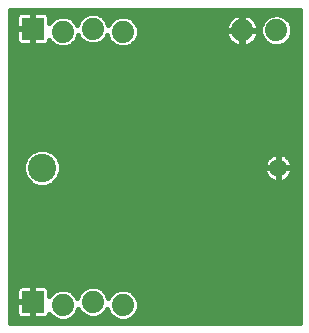
<source format=gbl>
G75*
%MOIN*%
%OFA0B0*%
%FSLAX25Y25*%
%IPPOS*%
%LPD*%
%AMOC8*
5,1,8,0,0,1.08239X$1,22.5*
%
%ADD10C,0.05937*%
%ADD11C,0.09449*%
%ADD12R,0.07400X0.07400*%
%ADD13C,0.07400*%
%ADD14C,0.01600*%
D10*
X0151446Y0107863D03*
D11*
X0072746Y0107863D03*
D12*
X0069635Y0063166D03*
X0069635Y0154229D03*
D13*
X0079635Y0153229D03*
X0089635Y0154229D03*
X0099635Y0153229D03*
X0139407Y0153650D03*
X0150807Y0153650D03*
X0099635Y0062166D03*
X0089635Y0063166D03*
X0079635Y0062166D03*
D14*
X0061994Y0056206D02*
X0061994Y0160268D01*
X0158654Y0160268D01*
X0158654Y0056206D01*
X0061994Y0056206D01*
X0061994Y0056596D02*
X0158654Y0056596D01*
X0158654Y0058194D02*
X0103158Y0058194D01*
X0102637Y0057673D02*
X0104128Y0059164D01*
X0104935Y0061112D01*
X0104935Y0063220D01*
X0104128Y0065168D01*
X0102637Y0066659D01*
X0100689Y0067466D01*
X0098580Y0067466D01*
X0096632Y0066659D01*
X0095142Y0065168D01*
X0094842Y0064445D01*
X0094128Y0066168D01*
X0092637Y0067659D01*
X0090689Y0068466D01*
X0088580Y0068466D01*
X0086632Y0067659D01*
X0085142Y0066168D01*
X0084428Y0064445D01*
X0084128Y0065168D01*
X0082637Y0066659D01*
X0080689Y0067466D01*
X0078580Y0067466D01*
X0076632Y0066659D01*
X0075142Y0065168D01*
X0075135Y0065152D01*
X0075135Y0067103D01*
X0075012Y0067561D01*
X0074775Y0067971D01*
X0074440Y0068306D01*
X0074029Y0068543D01*
X0073572Y0068666D01*
X0069835Y0068666D01*
X0069835Y0063366D01*
X0069435Y0063366D01*
X0069435Y0068666D01*
X0065698Y0068666D01*
X0065240Y0068543D01*
X0064829Y0068306D01*
X0064494Y0067971D01*
X0064257Y0067561D01*
X0064135Y0067103D01*
X0064135Y0063366D01*
X0069435Y0063366D01*
X0069435Y0062966D01*
X0069835Y0062966D01*
X0069835Y0057666D01*
X0073572Y0057666D01*
X0074029Y0057789D01*
X0074440Y0058026D01*
X0074775Y0058361D01*
X0075012Y0058771D01*
X0075127Y0059200D01*
X0075142Y0059164D01*
X0076632Y0057673D01*
X0078580Y0056866D01*
X0080689Y0056866D01*
X0082637Y0057673D01*
X0084128Y0059164D01*
X0084842Y0060888D01*
X0085142Y0060164D01*
X0086632Y0058673D01*
X0088580Y0057866D01*
X0090689Y0057866D01*
X0092637Y0058673D01*
X0094128Y0060164D01*
X0094428Y0060888D01*
X0095142Y0059164D01*
X0096632Y0057673D01*
X0098580Y0056866D01*
X0100689Y0056866D01*
X0102637Y0057673D01*
X0104388Y0059793D02*
X0158654Y0059793D01*
X0158654Y0061391D02*
X0104935Y0061391D01*
X0104935Y0062990D02*
X0158654Y0062990D01*
X0158654Y0064588D02*
X0104368Y0064588D01*
X0103109Y0066187D02*
X0158654Y0066187D01*
X0158654Y0067785D02*
X0092333Y0067785D01*
X0094109Y0066187D02*
X0096160Y0066187D01*
X0094901Y0064588D02*
X0094782Y0064588D01*
X0094881Y0059793D02*
X0093756Y0059793D01*
X0091480Y0058194D02*
X0096111Y0058194D01*
X0087789Y0058194D02*
X0083158Y0058194D01*
X0084388Y0059793D02*
X0085513Y0059793D01*
X0084487Y0064588D02*
X0084368Y0064588D01*
X0085160Y0066187D02*
X0083109Y0066187D01*
X0086936Y0067785D02*
X0074883Y0067785D01*
X0075135Y0066187D02*
X0076160Y0066187D01*
X0069835Y0066187D02*
X0069435Y0066187D01*
X0069435Y0067785D02*
X0069835Y0067785D01*
X0069835Y0064588D02*
X0069435Y0064588D01*
X0069435Y0062990D02*
X0061994Y0062990D01*
X0061994Y0064588D02*
X0064135Y0064588D01*
X0064135Y0066187D02*
X0061994Y0066187D01*
X0061994Y0067785D02*
X0064387Y0067785D01*
X0061994Y0069384D02*
X0158654Y0069384D01*
X0158654Y0070982D02*
X0061994Y0070982D01*
X0061994Y0072581D02*
X0158654Y0072581D01*
X0158654Y0074179D02*
X0061994Y0074179D01*
X0061994Y0075778D02*
X0158654Y0075778D01*
X0158654Y0077376D02*
X0061994Y0077376D01*
X0061994Y0078975D02*
X0158654Y0078975D01*
X0158654Y0080573D02*
X0061994Y0080573D01*
X0061994Y0082172D02*
X0158654Y0082172D01*
X0158654Y0083770D02*
X0061994Y0083770D01*
X0061994Y0085369D02*
X0158654Y0085369D01*
X0158654Y0086967D02*
X0061994Y0086967D01*
X0061994Y0088566D02*
X0158654Y0088566D01*
X0158654Y0090164D02*
X0061994Y0090164D01*
X0061994Y0091763D02*
X0158654Y0091763D01*
X0158654Y0093361D02*
X0061994Y0093361D01*
X0061994Y0094960D02*
X0158654Y0094960D01*
X0158654Y0096558D02*
X0061994Y0096558D01*
X0061994Y0098157D02*
X0158654Y0098157D01*
X0158654Y0099755D02*
X0061994Y0099755D01*
X0061994Y0101354D02*
X0158654Y0101354D01*
X0158654Y0102952D02*
X0076779Y0102952D01*
X0076328Y0102501D02*
X0074004Y0101539D01*
X0071488Y0101539D01*
X0069163Y0102501D01*
X0067384Y0104280D01*
X0066421Y0106605D01*
X0066421Y0109121D01*
X0067384Y0111445D01*
X0069163Y0113225D01*
X0071488Y0114187D01*
X0074004Y0114187D01*
X0076328Y0113225D01*
X0078107Y0111445D01*
X0079070Y0109121D01*
X0079070Y0106605D01*
X0078107Y0104280D01*
X0076328Y0102501D01*
X0078219Y0104551D02*
X0148014Y0104551D01*
X0147808Y0104757D02*
X0148339Y0104226D01*
X0148946Y0103785D01*
X0149615Y0103444D01*
X0150329Y0103212D01*
X0151070Y0103094D01*
X0151261Y0103094D01*
X0151261Y0107679D01*
X0146677Y0107679D01*
X0146677Y0107488D01*
X0146795Y0106746D01*
X0147027Y0106033D01*
X0147367Y0105364D01*
X0147808Y0104757D01*
X0146989Y0106149D02*
X0078881Y0106149D01*
X0079070Y0107748D02*
X0151261Y0107748D01*
X0151261Y0107679D02*
X0151261Y0108047D01*
X0146677Y0108047D01*
X0146677Y0108238D01*
X0146795Y0108980D01*
X0147027Y0109693D01*
X0147367Y0110362D01*
X0147808Y0110969D01*
X0148339Y0111500D01*
X0148946Y0111941D01*
X0149615Y0112282D01*
X0150329Y0112514D01*
X0151070Y0112631D01*
X0151261Y0112631D01*
X0151261Y0108047D01*
X0151630Y0108047D01*
X0156214Y0108047D01*
X0156214Y0108238D01*
X0156097Y0108980D01*
X0155865Y0109693D01*
X0155524Y0110362D01*
X0155083Y0110969D01*
X0154552Y0111500D01*
X0153945Y0111941D01*
X0153276Y0112282D01*
X0152562Y0112514D01*
X0151821Y0112631D01*
X0151630Y0112631D01*
X0151630Y0108047D01*
X0151630Y0107679D01*
X0156214Y0107679D01*
X0156214Y0107488D01*
X0156097Y0106746D01*
X0155865Y0106033D01*
X0155524Y0105364D01*
X0155083Y0104757D01*
X0154552Y0104226D01*
X0153945Y0103785D01*
X0153276Y0103444D01*
X0152562Y0103212D01*
X0151821Y0103094D01*
X0151630Y0103094D01*
X0151630Y0107679D01*
X0151261Y0107679D01*
X0151630Y0107748D02*
X0158654Y0107748D01*
X0158654Y0109346D02*
X0155978Y0109346D01*
X0155101Y0110945D02*
X0158654Y0110945D01*
X0158654Y0112543D02*
X0152377Y0112543D01*
X0151630Y0112543D02*
X0151261Y0112543D01*
X0150514Y0112543D02*
X0077009Y0112543D01*
X0078315Y0110945D02*
X0147791Y0110945D01*
X0146914Y0109346D02*
X0078977Y0109346D01*
X0074113Y0114142D02*
X0158654Y0114142D01*
X0158654Y0115740D02*
X0061994Y0115740D01*
X0061994Y0114142D02*
X0071378Y0114142D01*
X0068482Y0112543D02*
X0061994Y0112543D01*
X0061994Y0110945D02*
X0067177Y0110945D01*
X0066515Y0109346D02*
X0061994Y0109346D01*
X0061994Y0107748D02*
X0066421Y0107748D01*
X0066610Y0106149D02*
X0061994Y0106149D01*
X0061994Y0104551D02*
X0067272Y0104551D01*
X0068712Y0102952D02*
X0061994Y0102952D01*
X0061994Y0117339D02*
X0158654Y0117339D01*
X0158654Y0118937D02*
X0061994Y0118937D01*
X0061994Y0120536D02*
X0158654Y0120536D01*
X0158654Y0122134D02*
X0061994Y0122134D01*
X0061994Y0123733D02*
X0158654Y0123733D01*
X0158654Y0125332D02*
X0061994Y0125332D01*
X0061994Y0126930D02*
X0158654Y0126930D01*
X0158654Y0128529D02*
X0061994Y0128529D01*
X0061994Y0130127D02*
X0158654Y0130127D01*
X0158654Y0131726D02*
X0061994Y0131726D01*
X0061994Y0133324D02*
X0158654Y0133324D01*
X0158654Y0134923D02*
X0061994Y0134923D01*
X0061994Y0136521D02*
X0158654Y0136521D01*
X0158654Y0138120D02*
X0061994Y0138120D01*
X0061994Y0139718D02*
X0158654Y0139718D01*
X0158654Y0141317D02*
X0061994Y0141317D01*
X0061994Y0142915D02*
X0158654Y0142915D01*
X0158654Y0144514D02*
X0061994Y0144514D01*
X0061994Y0146112D02*
X0158654Y0146112D01*
X0158654Y0147711D02*
X0061994Y0147711D01*
X0061994Y0149309D02*
X0064609Y0149309D01*
X0064494Y0149424D02*
X0064829Y0149089D01*
X0065240Y0148852D01*
X0065698Y0148729D01*
X0069435Y0148729D01*
X0069435Y0154029D01*
X0069835Y0154029D01*
X0069835Y0148729D01*
X0073572Y0148729D01*
X0074029Y0148852D01*
X0074440Y0149089D01*
X0074775Y0149424D01*
X0075012Y0149834D01*
X0075127Y0150263D01*
X0075142Y0150227D01*
X0076632Y0148736D01*
X0078580Y0147929D01*
X0080689Y0147929D01*
X0082637Y0148736D01*
X0084128Y0150227D01*
X0084842Y0151951D01*
X0085142Y0151227D01*
X0086632Y0149736D01*
X0088580Y0148929D01*
X0090689Y0148929D01*
X0092637Y0149736D01*
X0094128Y0151227D01*
X0094428Y0151951D01*
X0095142Y0150227D01*
X0096632Y0148736D01*
X0098580Y0147929D01*
X0100689Y0147929D01*
X0102637Y0148736D01*
X0104128Y0150227D01*
X0104935Y0152175D01*
X0104935Y0154283D01*
X0104128Y0156231D01*
X0102637Y0157722D01*
X0100689Y0158529D01*
X0098580Y0158529D01*
X0096632Y0157722D01*
X0095142Y0156231D01*
X0094842Y0155508D01*
X0094128Y0157231D01*
X0092637Y0158722D01*
X0090689Y0159529D01*
X0088580Y0159529D01*
X0086632Y0158722D01*
X0085142Y0157231D01*
X0084428Y0155508D01*
X0084128Y0156231D01*
X0082637Y0157722D01*
X0080689Y0158529D01*
X0078580Y0158529D01*
X0076632Y0157722D01*
X0075142Y0156231D01*
X0075135Y0156215D01*
X0075135Y0158166D01*
X0075012Y0158624D01*
X0074775Y0159034D01*
X0074440Y0159369D01*
X0074029Y0159606D01*
X0073572Y0159729D01*
X0069835Y0159729D01*
X0069835Y0154429D01*
X0069435Y0154429D01*
X0069435Y0159729D01*
X0065698Y0159729D01*
X0065240Y0159606D01*
X0064829Y0159369D01*
X0064494Y0159034D01*
X0064257Y0158624D01*
X0064135Y0158166D01*
X0064135Y0154429D01*
X0069435Y0154429D01*
X0069435Y0154029D01*
X0064135Y0154029D01*
X0064135Y0150292D01*
X0064257Y0149834D01*
X0064494Y0149424D01*
X0064135Y0150908D02*
X0061994Y0150908D01*
X0061994Y0152506D02*
X0064135Y0152506D01*
X0061994Y0154105D02*
X0069435Y0154105D01*
X0069435Y0155703D02*
X0069835Y0155703D01*
X0069835Y0157302D02*
X0069435Y0157302D01*
X0069435Y0158900D02*
X0069835Y0158900D01*
X0074852Y0158900D02*
X0087062Y0158900D01*
X0085212Y0157302D02*
X0083057Y0157302D01*
X0084347Y0155703D02*
X0084509Y0155703D01*
X0084410Y0150908D02*
X0085461Y0150908D01*
X0087663Y0149309D02*
X0083210Y0149309D01*
X0076059Y0149309D02*
X0074660Y0149309D01*
X0069835Y0149309D02*
X0069435Y0149309D01*
X0069435Y0150908D02*
X0069835Y0150908D01*
X0069835Y0152506D02*
X0069435Y0152506D01*
X0064135Y0155703D02*
X0061994Y0155703D01*
X0061994Y0157302D02*
X0064135Y0157302D01*
X0064417Y0158900D02*
X0061994Y0158900D01*
X0075135Y0157302D02*
X0076212Y0157302D01*
X0092207Y0158900D02*
X0137766Y0158900D01*
X0138119Y0159015D02*
X0137296Y0158747D01*
X0136524Y0158354D01*
X0135824Y0157846D01*
X0135212Y0157233D01*
X0134703Y0156533D01*
X0134310Y0155762D01*
X0134043Y0154938D01*
X0133907Y0154083D01*
X0133907Y0153835D01*
X0139223Y0153835D01*
X0139223Y0159150D01*
X0138974Y0159150D01*
X0138119Y0159015D01*
X0139223Y0158900D02*
X0139591Y0158900D01*
X0139591Y0159150D02*
X0139591Y0153835D01*
X0139223Y0153835D01*
X0139223Y0153466D01*
X0139591Y0153466D01*
X0139591Y0148150D01*
X0139840Y0148150D01*
X0140695Y0148286D01*
X0141518Y0148553D01*
X0142290Y0148946D01*
X0142990Y0149455D01*
X0143602Y0150067D01*
X0144111Y0150768D01*
X0144504Y0151539D01*
X0144772Y0152362D01*
X0144907Y0153218D01*
X0144907Y0153466D01*
X0139591Y0153466D01*
X0139591Y0153835D01*
X0144907Y0153835D01*
X0144907Y0154083D01*
X0144772Y0154938D01*
X0144504Y0155762D01*
X0144111Y0156533D01*
X0143602Y0157233D01*
X0142990Y0157846D01*
X0142290Y0158354D01*
X0141518Y0158747D01*
X0140695Y0159015D01*
X0139840Y0159150D01*
X0139591Y0159150D01*
X0141048Y0158900D02*
X0149632Y0158900D01*
X0149753Y0158950D02*
X0147805Y0158144D01*
X0146314Y0156653D01*
X0145507Y0154705D01*
X0145507Y0152596D01*
X0146314Y0150648D01*
X0147805Y0149157D01*
X0149753Y0148350D01*
X0151861Y0148350D01*
X0153809Y0149157D01*
X0155300Y0150648D01*
X0156107Y0152596D01*
X0156107Y0154705D01*
X0155300Y0156653D01*
X0153809Y0158144D01*
X0151861Y0158950D01*
X0149753Y0158950D01*
X0151982Y0158900D02*
X0158654Y0158900D01*
X0158654Y0157302D02*
X0154651Y0157302D01*
X0155693Y0155703D02*
X0158654Y0155703D01*
X0158654Y0154105D02*
X0156107Y0154105D01*
X0156070Y0152506D02*
X0158654Y0152506D01*
X0158654Y0150908D02*
X0155408Y0150908D01*
X0153961Y0149309D02*
X0158654Y0149309D01*
X0147653Y0149309D02*
X0142789Y0149309D01*
X0144182Y0150908D02*
X0146206Y0150908D01*
X0145544Y0152506D02*
X0144794Y0152506D01*
X0144904Y0154105D02*
X0145507Y0154105D01*
X0145921Y0155703D02*
X0144523Y0155703D01*
X0143534Y0157302D02*
X0146963Y0157302D01*
X0139591Y0157302D02*
X0139223Y0157302D01*
X0139223Y0155703D02*
X0139591Y0155703D01*
X0139591Y0154105D02*
X0139223Y0154105D01*
X0139223Y0153466D02*
X0133907Y0153466D01*
X0133907Y0153218D01*
X0134043Y0152362D01*
X0134310Y0151539D01*
X0134703Y0150768D01*
X0135212Y0150067D01*
X0135824Y0149455D01*
X0136524Y0148946D01*
X0137296Y0148553D01*
X0138119Y0148286D01*
X0138974Y0148150D01*
X0139223Y0148150D01*
X0139223Y0153466D01*
X0139223Y0152506D02*
X0139591Y0152506D01*
X0139591Y0150908D02*
X0139223Y0150908D01*
X0139223Y0149309D02*
X0139591Y0149309D01*
X0136025Y0149309D02*
X0103210Y0149309D01*
X0104410Y0150908D02*
X0134632Y0150908D01*
X0134020Y0152506D02*
X0104935Y0152506D01*
X0104935Y0154105D02*
X0133910Y0154105D01*
X0134291Y0155703D02*
X0104347Y0155703D01*
X0103057Y0157302D02*
X0135280Y0157302D01*
X0096212Y0157302D02*
X0094057Y0157302D01*
X0094761Y0155703D02*
X0094923Y0155703D01*
X0094860Y0150908D02*
X0093809Y0150908D01*
X0091606Y0149309D02*
X0096059Y0149309D01*
X0151261Y0110945D02*
X0151630Y0110945D01*
X0151630Y0109346D02*
X0151261Y0109346D01*
X0151261Y0106149D02*
X0151630Y0106149D01*
X0151630Y0104551D02*
X0151261Y0104551D01*
X0154877Y0104551D02*
X0158654Y0104551D01*
X0158654Y0106149D02*
X0155903Y0106149D01*
X0076111Y0058194D02*
X0074608Y0058194D01*
X0069835Y0058194D02*
X0069435Y0058194D01*
X0069435Y0057666D02*
X0069435Y0062966D01*
X0064135Y0062966D01*
X0064135Y0059229D01*
X0064257Y0058771D01*
X0064494Y0058361D01*
X0064829Y0058026D01*
X0065240Y0057789D01*
X0065698Y0057666D01*
X0069435Y0057666D01*
X0069435Y0059793D02*
X0069835Y0059793D01*
X0069835Y0061391D02*
X0069435Y0061391D01*
X0064135Y0061391D02*
X0061994Y0061391D01*
X0061994Y0059793D02*
X0064135Y0059793D01*
X0064661Y0058194D02*
X0061994Y0058194D01*
M02*

</source>
